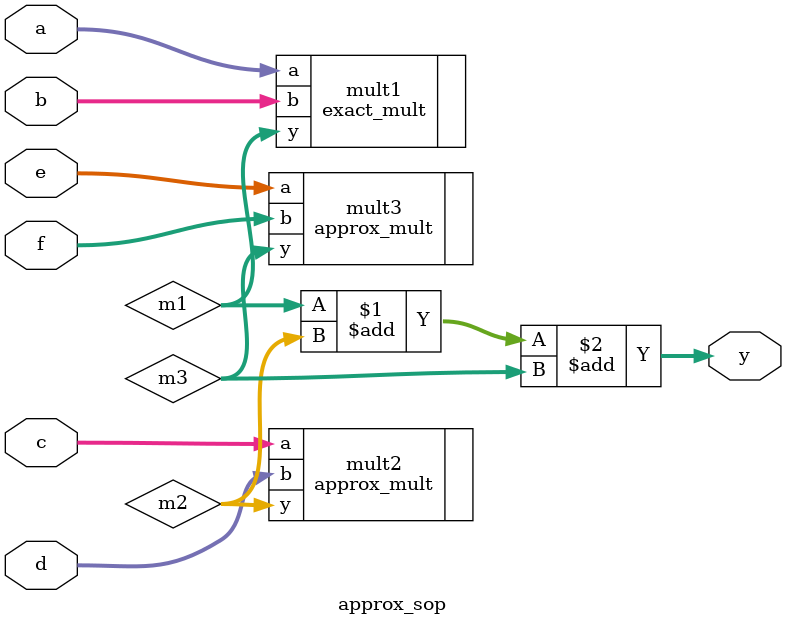
<source format=sv>
module approx_sop(input logic signed [7:0] a, b, c, d, e, f,
						output logic signed [31:0] y);
						
logic signed [15:0] m1, m2, m3;
						
exact_mult mult1(.a(a), .b(b), .y(m1));
approx_mult mult2(.a(c), .b(d), .y(m2));
approx_mult mult3(.a(e), .b(f), .y(m3));

assign y = m1 + m2 + m3;

endmodule 
</source>
